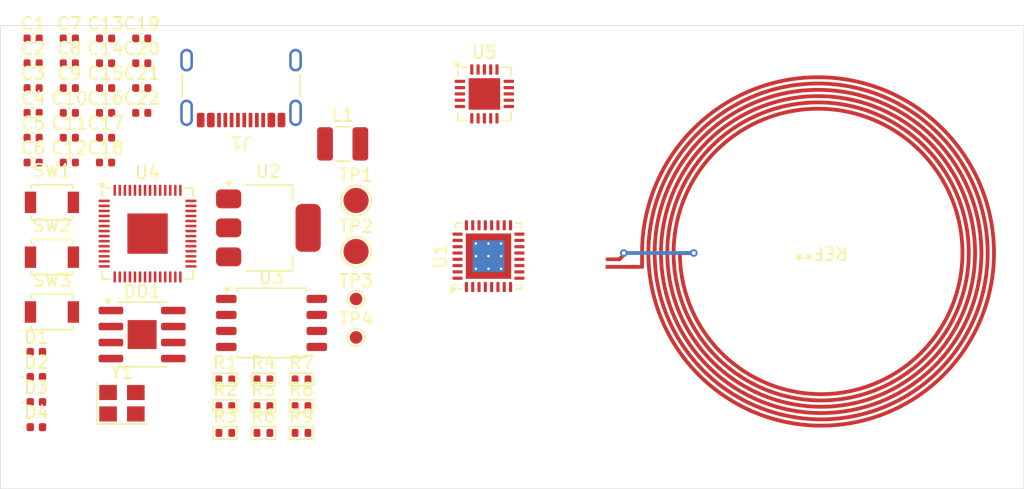
<source format=kicad_pcb>
(kicad_pcb (version 20241229) (generator "pcbnew") (generator_version "9.0")
  (layers (0 "F.Cu" signal) (2 "B.Cu" signal) (13 "F.Paste" user) (15 "B.Paste" user) (5 "F.SilkS" user "F.Silkscreen") (7 "B.SilkS" user "B.Silkscreen") (1 "F.Mask" user) (3 "B.Mask" user) (25 "Edge.Cuts" user))
  (net 0 "")
  (net 1 "Earth")
  (net 2 "+5V")
  (net 3 "+5V USB")
  (net 4 "+3.3V")
  (net 5 "Net-(DD1-BAT)")
  (net 6 "Net-(C14-Pad1)")
  (net 7 "Net-(U4-XIN)")
  (net 8 "Net-(U4-XOUT)")
  (net 9 "Net-(U4-VREG_VOUT)")
  (net 10 "Net-(D1-K)")
  (net 11 "Net-(D1-A)")
  (net 12 "Net-(D3-A)")
  (net 13 "Net-(DD1-SW)")
  (net 14 "Net-(DD1-KEY)")
  (net 16 "USB-")
  (net 18 "USB+")
  (net 19 "Net-(J1-CC1)")
  (net 20 "Net-(J1-CC2)")
  (net 21 "Net-(R3-Pad2)")
  (net 22 "Net-(U3-~{CS})")
  (net 23 "Net-(R5-Pad2)")
  (net 24 "Net-(U4-USB_DM)")
  (net 25 "Net-(U4-USB_DP)")
  (net 26 "Net-(U4-RUN)")
  (net 27 "Net-(U4-SWCLK)")
  (net 28 "Net-(U4-SWD)")
  (net 62 "Net-(U3-DI{slash}IO_{0})")
  (net 63 "Net-(U3-DO{slash}IO_{1})")
  (net 64 "Net-(U3-CLK)")
  (net 65 "Net-(U3-~{HOLD}{slash}~{RESET}{slash}IO_{3})")
  (net 66 "Net-(U3-~{WP}{slash}IO_{2})")
  (footprint "Package_SO:HSOP-8-1EP_3.9x4.9mm_P1.27mm_EP2.3x2.3mm" (layer "F.Cu") (at 88.1425 105.97)
    (property "Reference" "DD1" (at 0 -3.4 0) (layer "F.SilkS"))
    (property "Value" "IP5306")
    (pad "1" smd roundrect (at -2.475 -1.905) (size 1.95 0.6) (layers "F.Cu" "F.Mask" "F.Paste") (net 3 "+5V USB"))
    (pad "2" smd roundrect (at -2.475 -0.635) (size 1.95 0.6) (layers "F.Cu" "F.Mask" "F.Paste") (net 11 "Net-(D1-A)"))
    (pad "3" smd roundrect (at -2.475 0.635) (size 1.95 0.6) (layers "F.Cu" "F.Mask" "F.Paste") (net 12 "Net-(D3-A)"))
    (pad "4" smd roundrect (at -2.475 1.905) (size 1.95 0.6) (layers "F.Cu" "F.Mask" "F.Paste") (net 10 "Net-(D1-K)"))
    (pad "5" smd roundrect (at 2.475 1.905) (size 1.95 0.6) (layers "F.Cu" "F.Mask" "F.Paste") (net 14 "Net-(DD1-KEY)"))
    (pad "6" smd roundrect (at 2.475 0.635) (size 1.95 0.6) (layers "F.Cu" "F.Mask" "F.Paste") (net 5 "Net-(DD1-BAT)"))
    (pad "7" smd roundrect (at 2.475 -0.635) (size 1.95 0.6) (layers "F.Cu" "F.Mask" "F.Paste") (net 13 "Net-(DD1-SW)"))
    (pad "8" smd roundrect (at 2.475 -1.905) (size 1.95 0.6) (layers "F.Cu" "F.Mask" "F.Paste") (net 2 "+5V"))
    (pad "9" smd rect (at 0 0) (size 2.3 2.3) (property pad_prop_heatsink) (layers "F.Cu" "F.Mask") (net 1 "Earth"))
  )
  (footprint "Capacitor_SMD:C_0402_1005Metric" (layer "F.Cu") (at 79.5025 90.35)
    (property "Reference" "C5" (at 0 -1.16 0) (layer "F.SilkS"))
    (property "Value" "10uF")
    (pad "1" smd roundrect (at -0.48 0) (size 0.56 0.62) (layers "F.Cu" "F.Mask" "F.Paste") (net 4 "+3.3V"))
    (pad "2" smd roundrect (at 0.48 0) (size 0.56 0.62) (layers "F.Cu" "F.Mask" "F.Paste") (net 1 "Earth"))
  )
  (footprint "COIL_GENERATOR" (layer "F.Cu") (at 141.975 99.5 180)
    (property "Reference" "REF**" (at 0 0 180) (layer "F.SilkS"))
    (property "Value" "COIL_GENERATOR")
    (fp_line (start 14.2 0) (end 14.2 -1.1) (stroke (width 0.3)) (layer "F.Cu"))
    (fp_line (start 14.2 -1.1) (end 15 -1.1) (stroke (width 0.3)) (layer "F.Cu"))
    (fp_line (start 11.2 0) (end 10.1 0) (stroke (width 0.3)) (layer "F.Cu"))
    (fp_arc (start 14.2 0) (mid 0.25 13.95) (end -13.7 0) (stroke (width 0.3)) (layer "F.Cu"))
    (fp_arc (start 13.7 0) (mid 0.25 13.45) (end -13.2 0) (stroke (width 0.3)) (layer "F.Cu"))
    (fp_arc (start 13.2 0) (mid 0.25 12.95) (end -12.7 0) (stroke (width 0.3)) (layer "F.Cu"))
    (fp_arc (start 12.7 0) (mid 0.25 12.45) (end -12.2 0) (stroke (width 0.3)) (layer "F.Cu"))
    (fp_arc (start 12.2 0) (mid 0.25 11.95) (end -11.7 0) (stroke (width 0.3)) (layer "F.Cu"))
    (fp_arc (start 11.7 0) (mid 0.25 11.45) (end -11.2 0) (stroke (width 0.3)) (layer "F.Cu"))
    (fp_arc (start -11.2 0) (mid 0 -11.2) (end 11.2 0) (stroke (width 0.3)) (layer "F.Cu"))
    (fp_arc (start -11.7 0) (mid 0 -11.7) (end 11.7 0) (stroke (width 0.3)) (layer "F.Cu"))
    (fp_arc (start -12.2 0) (mid 0 -12.2) (end 12.2 0) (stroke (width 0.3)) (layer "F.Cu"))
    (fp_arc (start -12.7 0) (mid 0 -12.7) (end 12.7 0) (stroke (width 0.3)) (layer "F.Cu"))
    (fp_arc (start -13.2 0) (mid 0 -13.2) (end 13.2 0) (stroke (width 0.3)) (layer "F.Cu"))
    (fp_arc (start -13.7 0) (mid 0 -13.7) (end 13.7 0) (stroke (width 0.3)) (layer "F.Cu"))
    (pad "1" smd roundrect (at 15.9 -1.1 180) (size 2.4 0.3) (layers "F.Cu"))
    (pad "2" thru_hole circle (at 10.1 0 180) (size 0.6 0.6) (drill 0.3) (layers "*.Cu"))
  )
  (footprint "Button_Switch_SMD:SW_SPST_B3U-1000P" (layer "F.Cu") (at 80.9925 95.48)
    (property "Reference" "SW1" (at 0 -2.5 0) (layer "F.SilkS"))
    (property "Value" "B3U1000P")
    (pad "1" smd rect (at -1.7 0) (size 0.9 1.7) (layers "F.Cu" "F.Mask" "F.Paste") (net 21 "Net-(R3-Pad2)"))
    (pad "2" smd rect (at 1.7 0) (size 0.9 1.7) (layers "F.Cu" "F.Mask" "F.Paste") (net 1 "Earth"))
  )
  (footprint "Capacitor_SMD:C_0402_1005Metric" (layer "F.Cu") (at 88.1125 86.41)
    (property "Reference" "C21" (at 0 -1.16 0) (layer "F.SilkS"))
    (property "Value" "22uF")
    (pad "1" smd roundrect (at -0.48 0) (size 0.56 0.62) (layers "F.Cu" "F.Mask" "F.Paste") (net 4 "+3.3V"))
    (pad "2" smd roundrect (at 0.48 0) (size 0.56 0.62) (layers "F.Cu" "F.Mask" "F.Paste") (net 1 "Earth"))
  )
  (footprint "Capacitor_SMD:C_0402_1005Metric" (layer "F.Cu") (at 88.1125 84.44)
    (property "Reference" "C20" (at 0 -1.16 0) (layer "F.SilkS"))
    (property "Value" "22uF")
    (pad "1" smd roundrect (at -0.48 0) (size 0.56 0.62) (layers "F.Cu" "F.Mask" "F.Paste") (net 4 "+3.3V"))
    (pad "2" smd roundrect (at 0.48 0) (size 0.56 0.62) (layers "F.Cu" "F.Mask" "F.Paste") (net 1 "Earth"))
  )
  (footprint "Capacitor_SMD:C_0402_1005Metric" (layer "F.Cu") (at 85.2425 90.35)
    (property "Reference" "C17" (at 0 -1.16 0) (layer "F.SilkS"))
    (property "Value" "22uF")
    (pad "1" smd roundrect (at -0.48 0) (size 0.56 0.62) (layers "F.Cu" "F.Mask" "F.Paste") (net 1 "Earth"))
    (pad "2" smd roundrect (at 0.48 0) (size 0.56 0.62) (layers "F.Cu" "F.Mask" "F.Paste") (net 9 "Net-(U4-VREG_VOUT)"))
  )
  (footprint "PCM_Resistor_SMD_AKL:R_0402_1005Metric" (layer "F.Cu") (at 97.7575 111.655)
    (property "Reference" "R5" (at 0 -1.3335 0) (layer "F.SilkS"))
    (property "Value" "1K" (hide yes))
    (pad "1" smd roundrect (at -0.51 0) (size 0.54 0.64) (layers "F.Cu" "F.Mask" "F.Paste") (net 22 "Net-(U3-~{CS})"))
    (pad "2" smd roundrect (at 0.51 0) (size 0.54 0.64) (layers "F.Cu" "F.Mask" "F.Paste") (net 23 "Net-(R5-Pad2)"))
  )
  (footprint "PCM_Resistor_SMD_AKL:R_0402_1005Metric" (layer "F.Cu") (at 100.7775 111.655)
    (property "Reference" "R8" (at 0 -1.3335 0) (layer "F.SilkS"))
    (property "Value" "27R" (hide yes))
    (pad "1" smd roundrect (at -0.51 0) (size 0.54 0.64) (layers "F.Cu" "F.Mask" "F.Paste") (net 25 "Net-(U4-USB_DP)"))
    (pad "2" smd roundrect (at 0.51 0) (size 0.54 0.64) (layers "F.Cu" "F.Mask" "F.Paste") (net 18 "USB+"))
  )
  (footprint "PCM_Resistor_SMD_AKL:R_0402_1005Metric" (layer "F.Cu") (at 100.7775 109.535)
    (property "Reference" "R7" (at 0 -1.3335 0) (layer "F.SilkS"))
    (property "Value" "27R" (hide yes))
    (pad "1" smd roundrect (at -0.51 0) (size 0.54 0.64) (layers "F.Cu" "F.Mask" "F.Paste") (net 24 "Net-(U4-USB_DM)"))
    (pad "2" smd roundrect (at 0.51 0) (size 0.54 0.64) (layers "F.Cu" "F.Mask" "F.Paste") (net 16 "USB-"))
  )
  (footprint "Capacitor_SMD:C_0402_1005Metric" (layer "F.Cu") (at 82.3725 88.38)
    (property "Reference" "C10" (at 0 -1.16 0) (layer "F.SilkS"))
    (property "Value" "100nF")
    (pad "1" smd roundrect (at -0.48 0) (size 0.56 0.62) (layers "F.Cu" "F.Mask" "F.Paste") (net 4 "+3.3V"))
    (pad "2" smd roundrect (at 0.48 0) (size 0.56 0.62) (layers "F.Cu" "F.Mask" "F.Paste") (net 1 "Earth"))
  )
  (footprint "TestPoint:TestPoint_Pad_D2.0mm" (layer "F.Cu") (at 105.1025 99.38)
    (property "Reference" "TP2" (at 0 -1.998 0) (layer "F.SilkS"))
    (property "Value" "BAT-")
    (pad "1" smd circle (at 0 0) (size 2 2) (layers "F.Cu" "F.Mask") (net 1 "Earth"))
  )
  (footprint "Capacitor_SMD:C_0402_1005Metric" (layer "F.Cu") (at 82.3725 90.35)
    (property "Reference" "C11" (at 0 -1.16 0) (layer "F.SilkS"))
    (property "Value" "22uF")
    (pad "1" smd roundrect (at -0.48 0) (size 0.56 0.62) (layers "F.Cu" "F.Mask" "F.Paste") (net 5 "Net-(DD1-BAT)"))
    (pad "2" smd roundrect (at 0.48 0) (size 0.56 0.62) (layers "F.Cu" "F.Mask" "F.Paste") (net 1 "Earth"))
  )
  (footprint "LED_SMD:LED_0402_1005Metric" (layer "F.Cu") (at 79.7575 111.33)
    (property "Reference" "D3" (at 0 -1.17 0) (layer "F.SilkS"))
    (property "Value" "LED")
    (pad "1" smd roundrect (at -0.485 0) (size 0.59 0.64) (layers "F.Cu" "F.Mask" "F.Paste") (net 10 "Net-(D1-K)"))
    (pad "2" smd roundrect (at 0.485 0) (size 0.59 0.64) (layers "F.Cu" "F.Mask" "F.Paste") (net 12 "Net-(D3-A)"))
  )
  (footprint "PCM_Resistor_SMD_AKL:R_0402_1005Metric" (layer "F.Cu") (at 97.7575 109.535)
    (property "Reference" "R4" (at 0 -1.3335 0) (layer "F.SilkS"))
    (property "Value" "0.5R" (hide yes))
    (pad "1" smd roundrect (at -0.51 0) (size 0.54 0.64) (layers "F.Cu" "F.Mask" "F.Paste") (net 5 "Net-(DD1-BAT)"))
    (pad "2" smd roundrect (at 0.51 0) (size 0.54 0.64) (layers "F.Cu" "F.Mask" "F.Paste") (net 6 "Net-(C14-Pad1)"))
  )
  (footprint "Package_DFN_QFN:QFN-20-1EP_4x4mm_P0.5mm_EP2.5x2.5mm" (layer "F.Cu") (at 115.275 86.875)
    (property "Reference" "U5" (at 0 -3.3 0) (layer "F.SilkS"))
    (property "Value" "nRF24L01P")
    (pad "1" smd roundrect (at -1.9375 -1) (size 0.825 0.25) (layers "F.Cu" "F.Mask" "F.Paste"))
    (pad "2" smd roundrect (at -1.9375 -0.5) (size 0.825 0.25) (layers "F.Cu" "F.Mask" "F.Paste"))
    (pad "3" smd roundrect (at -1.9375 0) (size 0.825 0.25) (layers "F.Cu" "F.Mask" "F.Paste"))
    (pad "4" smd roundrect (at -1.9375 0.5) (size 0.825 0.25) (layers "F.Cu" "F.Mask" "F.Paste"))
    (pad "5" smd roundrect (at -1.9375 1) (size 0.825 0.25) (layers "F.Cu" "F.Mask" "F.Paste"))
    (pad "6" smd roundrect (at -1 1.9375) (size 0.25 0.825) (layers "F.Cu" "F.Mask" "F.Paste"))
    (pad "7" smd roundrect (at -0.5 1.9375) (size 0.25 0.825) (layers "F.Cu" "F.Mask" "F.Paste"))
    (pad "8" smd roundrect (at 0 1.9375) (size 0.25 0.825) (layers "F.Cu" "F.Mask" "F.Paste"))
    (pad "9" smd roundrect (at 0.5 1.9375) (size 0.25 0.825) (layers "F.Cu" "F.Mask" "F.Paste"))
    (pad "10" smd roundrect (at 1 1.9375) (size 0.25 0.825) (layers "F.Cu" "F.Mask" "F.Paste"))
    (pad "11" smd roundrect (at 1.9375 1) (size 0.825 0.25) (layers "F.Cu" "F.Mask" "F.Paste"))
    (pad "12" smd roundrect (at 1.9375 0.5) (size 0.825 0.25) (layers "F.Cu" "F.Mask" "F.Paste"))
    (pad "13" smd roundrect (at 1.9375 0) (size 0.825 0.25) (layers "F.Cu" "F.Mask" "F.Paste"))
    (pad "14" smd roundrect (at 1.9375 -0.5) (size 0.825 0.25) (layers "F.Cu" "F.Mask" "F.Paste"))
    (pad "15" smd roundrect (at 1.9375 -1) (size 0.825 0.25) (layers "F.Cu" "F.Mask" "F.Paste"))
    (pad "16" smd roundrect (at 1 -1.9375) (size 0.25 0.825) (layers "F.Cu" "F.Mask" "F.Paste"))
    (pad "17" smd roundrect (at 0.5 -1.9375) (size 0.25 0.825) (layers "F.Cu" "F.Mask" "F.Paste"))
    (pad "18" smd roundrect (at 0 -1.9375) (size 0.25 0.825) (layers "F.Cu" "F.Mask" "F.Paste"))
    (pad "19" smd roundrect (at -0.5 -1.9375) (size 0.25 0.825) (layers "F.Cu" "F.Mask" "F.Paste"))
    (pad "20" smd roundrect (at -1 -1.9375) (size 0.25 0.825) (layers "F.Cu" "F.Mask" "F.Paste"))
    (pad "21" smd rect (at 0 0) (size 2.5 2.5) (property pad_prop_heatsink) (layers "F.Cu" "F.Mask"))
  )
  (footprint "Package_DFN_QFN:QFN-56-1EP_7x7mm_P0.4mm_EP3.2x3.2mm" (layer "F.Cu") (at 88.5725 97.96)
    (property "Reference" "U4" (at 0 -4.83 0) (layer "F.SilkS"))
    (property "Value" "RP2040")
    (pad "1" smd roundrect (at -3.4375 -2.6) (size 0.875 0.2) (layers "F.Cu" "F.Mask" "F.Paste") (net 4 "+3.3V"))
    (pad "2" smd roundrect (at -3.4375 -2.2) (size 0.875 0.2) (layers "F.Cu" "F.Mask" "F.Paste"))
    (pad "3" smd roundrect (at -3.4375 -1.8) (size 0.875 0.2) (layers "F.Cu" "F.Mask" "F.Paste"))
    (pad "4" smd roundrect (at -3.4375 -1.4) (size 0.875 0.2) (layers "F.Cu" "F.Mask" "F.Paste"))
    (pad "5" smd roundrect (at -3.4375 -1) (size 0.875 0.2) (layers "F.Cu" "F.Mask" "F.Paste"))
    (pad "6" smd roundrect (at -3.4375 -0.6) (size 0.875 0.2) (layers "F.Cu" "F.Mask" "F.Paste"))
    (pad "7" smd roundrect (at -3.4375 -0.2) (size 0.875 0.2) (layers "F.Cu" "F.Mask" "F.Paste"))
    (pad "8" smd roundrect (at -3.4375 0.2) (size 0.875 0.2) (layers "F.Cu" "F.Mask" "F.Paste"))
    (pad "9" smd roundrect (at -3.4375 0.6) (size 0.875 0.2) (layers "F.Cu" "F.Mask" "F.Paste"))
    (pad "10" smd roundrect (at -3.4375 1) (size 0.875 0.2) (layers "F.Cu" "F.Mask" "F.Paste") (net 4 "+3.3V"))
    (pad "11" smd roundrect (at -3.4375 1.4) (size 0.875 0.2) (layers "F.Cu" "F.Mask" "F.Paste"))
    (pad "12" smd roundrect (at -3.4375 1.8) (size 0.875 0.2) (layers "F.Cu" "F.Mask" "F.Paste"))
    (pad "13" smd roundrect (at -3.4375 2.2) (size 0.875 0.2) (layers "F.Cu" "F.Mask" "F.Paste"))
    (pad "14" smd roundrect (at -3.4375 2.6) (size 0.875 0.2) (layers "F.Cu" "F.Mask" "F.Paste"))
    (pad "15" smd roundrect (at -2.6 3.4375) (size 0.2 0.875) (layers "F.Cu" "F.Mask" "F.Paste"))
    (pad "16" smd roundrect (at -2.2 3.4375) (size 0.2 0.875) (layers "F.Cu" "F.Mask" "F.Paste"))
    (pad "17" smd roundrect (at -1.8 3.4375) (size 0.2 0.875) (layers "F.Cu" "F.Mask" "F.Paste"))
    (pad "18" smd roundrect (at -1.4 3.4375) (size 0.2 0.875) (layers "F.Cu" "F.Mask" "F.Paste"))
    (pad "19" smd roundrect (at -1 3.4375) (size 0.2 0.875) (layers "F.Cu" "F.Mask" "F.Paste") (net 1 "Earth"))
    (pad "20" smd roundrect (at -0.6 3.4375) (size 0.2 0.875) (layers "F.Cu" "F.Mask" "F.Paste") (net 7 "Net-(U4-XIN)"))
    (pad "21" smd roundrect (at -0.2 3.4375) (size 0.2 0.875) (layers "F.Cu" "F.Mask" "F.Paste") (net 8 "Net-(U4-XOUT)"))
    (pad "22" smd roundrect (at 0.2 3.4375) (size 0.2 0.875) (layers "F.Cu" "F.Mask" "F.Paste") (net 4 "+3.3V"))
    (pad "23" smd roundrect (at 0.6 3.4375) (size 0.2 0.875) (layers "F.Cu" "F.Mask" "F.Paste") (net 9 "Net-(U4-VREG_VOUT)"))
    (pad "24" smd roundrect (at 1 3.4375) (size 0.2 0.875) (layers "F.Cu" "F.Mask" "F.Paste") (net 27 "Net-(U4-SWCLK)"))
    (pad "25" smd roundrect (at 1.4 3.4375) (size 0.2 0.875) (layers "F.Cu" "F.Mask" "F.Paste") (net 28 "Net-(U4-SWD)"))
    (pad "26" smd roundrect (at 1.8 3.4375) (size 0.2 0.875) (layers "F.Cu" "F.Mask" "F.Paste") (net 26 "Net-(U4-RUN)"))
    (pad "27" smd roundrect (at 2.2 3.4375) (size 0.2 0.875) (layers "F.Cu" "F.Mask" "F.Paste"))
    (pad "28" smd roundrect (at 2.6 3.4375) (size 0.2 0.875) (layers "F.Cu" "F.Mask" "F.Paste"))
    (pad "29" smd roundrect (at 3.4375 2.6) (size 0.875 0.2) (layers "F.Cu" "F.Mask" "F.Paste"))
    (pad "30" smd roundrect (at 3.4375 2.2) (size 0.875 0.2) (layers "F.Cu" "F.Mask" "F.Paste"))
    (pad "31" smd roundrect (at 3.4375 1.8) (size 0.875 0.2) (layers "F.Cu" "F.Mask" "F.Paste"))
    (pad "32" smd roundrect (at 3.4375 1.4) (size 0.875 0.2) (layers "F.Cu" "F.Mask" "F.Paste"))
    (pad "33" smd roundrect (at 3.4375 1) (size 0.875 0.2) (layers "F.Cu" "F.Mask" "F.Paste") (net 4 "+3.3V"))
    (pad "34" smd roundrect (at 3.4375 0.6) (size 0.875 0.2) (layers "F.Cu" "F.Mask" "F.Paste"))
    (pad "35" smd roundrect (at 3.4375 0.2) (size 0.875 0.2) (layers "F.Cu" "F.Mask" "F.Paste"))
    (pad "36" smd roundrect (at 3.4375 -0.2) (size 0.875 0.2) (layers "F.Cu" "F.Mask" "F.Paste"))
    (pad "37" smd roundrect (at 3.4375 -0.6) (size 0.875 0.2) (layers "F.Cu" "F.Mask" "F.Paste"))
    (pad "38" smd roundrect (at 3.4375 -1) (size 0.875 0.2) (layers "F.Cu" "F.Mask" "F.Paste"))
    (pad "39" smd roundrect (at 3.4375 -1.4) (size 0.875 0.2) (layers "F.Cu" "F.Mask" "F.Paste"))
    (pad "40" smd roundrect (at 3.4375 -1.8) (size 0.875 0.2) (layers "F.Cu" "F.Mask" "F.Paste"))
    (pad "41" smd roundrect (at 3.4375 -2.2) (size 0.875 0.2) (layers "F.Cu" "F.Mask" "F.Paste"))
    (pad "42" smd roundrect (at 3.4375 -2.6) (size 0.875 0.2) (layers "F.Cu" "F.Mask" "F.Paste") (net 4 "+3.3V"))
    (pad "43" smd roundrect (at 2.6 -3.4375) (size 0.2 0.875) (layers "F.Cu" "F.Mask" "F.Paste") (net 4 "+3.3V"))
    (pad "44" smd roundrect (at 2.2 -3.4375) (size 0.2 0.875) (layers "F.Cu" "F.Mask" "F.Paste") (net 4 "+3.3V"))
    (pad "45" smd roundrect (at 1.8 -3.4375) (size 0.2 0.875) (layers "F.Cu" "F.Mask" "F.Paste") (net 9 "Net-(U4-VREG_VOUT)"))
    (pad "46" smd roundrect (at 1.4 -3.4375) (size 0.2 0.875) (layers "F.Cu" "F.Mask" "F.Paste") (net 24 "Net-(U4-USB_DM)"))
    (pad "47" smd roundrect (at 1 -3.4375) (size 0.2 0.875) (layers "F.Cu" "F.Mask" "F.Paste") (net 25 "Net-(U4-USB_DP)"))
    (pad "48" smd roundrect (at 0.6 -3.4375) (size 0.2 0.875) (layers "F.Cu" "F.Mask" "F.Paste") (net 4 "+3.3V"))
    (pad "49" smd roundrect (at 0.2 -3.4375) (size 0.2 0.875) (layers "F.Cu" "F.Mask" "F.Paste") (net 4 "+3.3V"))
    (pad "50" smd roundrect (at -0.2 -3.4375) (size 0.2 0.875) (layers "F.Cu" "F.Mask" "F.Paste") (net 9 "Net-(U4-VREG_VOUT)"))
    (pad "51" smd roundrect (at -0.6 -3.4375) (size 0.2 0.875) (layers "F.Cu" "F.Mask" "F.Paste") (net 65 "Net-(U3-~{HOLD}{slash}~{RESET}{slash}IO_{3})"))
    (pad "52" smd roundrect (at -1 -3.4375) (size 0.2 0.875) (layers "F.Cu" "F.Mask" "F.Paste") (net 64 "Net-(U3-CLK)"))
    (pad "53" smd roundrect (at -1.4 -3.4375) (size 0.2 0.875) (layers "F.Cu" "F.Mask" "F.Paste") (net 62 "Net-(U3-DI{slash}IO_{0})"))
    (pad "54" smd roundrect (at -1.8 -3.4375) (size 0.2 0.875) (layers "F.Cu" "F.Mask" "F.Paste") (net 66 "Net-(U3-~{WP}{slash}IO_{2})"))
    (pad "55" smd roundrect (at -2.2 -3.4375) (size 0.2 0.875) (layers "F.Cu" "F.Mask" "F.Paste") (net 63 "Net-(U3-DO{slash}IO_{1})"))
    (pad "56" smd roundrect (at -2.6 -3.4375) (size 0.2 0.875) (layers "F.Cu" "F.Mask" "F.Paste") (net 22 "Net-(U3-~{CS})"))
    (pad "57" smd rect (at 0 0) (size 3.2 3.2) (property pad_prop_heatsink) (layers "F.Cu" "F.Mask") (net 1 "Earth"))
  )
  (footprint "TestPoint:TestPoint_Pad_D1.0mm" (layer "F.Cu") (at 105.1025 106.2)
    (property "Reference" "TP4" (at 0 -1.448 0) (layer "F.SilkS"))
    (property "Value" "SWD")
    (pad "1" smd circle (at 0 0) (size 1 1) (layers "F.Cu" "F.Mask") (net 28 "Net-(U4-SWD)"))
  )
  (footprint "LED_SMD:LED_0402_1005Metric" (layer "F.Cu") (at 79.7575 109.34)
    (property "Reference" "D2" (at 0 -1.17 0) (layer "F.SilkS"))
    (property "Value" "LED")
    (pad "1" smd roundrect (at -0.485 0) (size 0.59 0.64) (layers "F.Cu" "F.Mask" "F.Paste") (net 11 "Net-(D1-A)"))
    (pad "2" smd roundrect (at 0.485 0) (size 0.59 0.64) (layers "F.Cu" "F.Mask" "F.Paste") (net 10 "Net-(D1-K)"))
  )
  (footprint "Capacitor_SMD:C_0402_1005Metric" (layer "F.Cu") (at 79.5025 84.44)
    (property "Reference" "C2" (at 0 -1.16 0) (layer "F.SilkS"))
    (property "Value" "22uF")
    (pad "1" smd roundrect (at -0.48 0) (size 0.56 0.62) (layers "F.Cu" "F.Mask" "F.Paste") (net 3 "+5V USB"))
    (pad "2" smd roundrect (at 0.48 0) (size 0.56 0.62) (layers "F.Cu" "F.Mask" "F.Paste") (net 1 "Earth"))
  )
  (footprint "Capacitor_SMD:C_0402_1005Metric" (layer "F.Cu") (at 79.5025 92.32)
    (property "Reference" "C6" (at 0 -1.16 0) (layer "F.SilkS"))
    (property "Value" "100nF")
    (pad "1" smd roundrect (at -0.48 0) (size 0.56 0.62) (layers "F.Cu" "F.Mask" "F.Paste") (net 4 "+3.3V"))
    (pad "2" smd roundrect (at 0.48 0) (size 0.56 0.62) (layers "F.Cu" "F.Mask" "F.Paste") (net 1 "Earth"))
  )
  (footprint "Capacitor_SMD:C_0402_1005Metric" (layer "F.Cu") (at 79.5025 86.41)
    (property "Reference" "C3" (at 0 -1.16 0) (layer "F.SilkS"))
    (property "Value" "22uF")
    (pad "1" smd roundrect (at -0.48 0) (size 0.56 0.62) (layers "F.Cu" "F.Mask" "F.Paste") (net 3 "+5V USB"))
    (pad "2" smd roundrect (at 0.48 0) (size 0.56 0.62) (layers "F.Cu" "F.Mask" "F.Paste") (net 1 "Earth"))
  )
  (footprint "Capacitor_SMD:C_0402_1005Metric" (layer "F.Cu") (at 85.2425 86.41)
    (property "Reference" "C15" (at 0 -1.16 0) (layer "F.SilkS"))
    (property "Value" "15pF")
    (pad "1" smd roundrect (at -0.48 0) (size 0.56 0.62) (layers "F.Cu" "F.Mask" "F.Paste") (net 7 "Net-(U4-XIN)"))
    (pad "2" smd roundrect (at 0.48 0) (size 0.56 0.62) (layers "F.Cu" "F.Mask" "F.Paste") (net 1 "Earth"))
  )
  (footprint "Capacitor_SMD:C_0402_1005Metric" (layer "F.Cu") (at 79.5025 88.38)
    (property "Reference" "C4" (at 0 -1.16 0) (layer "F.SilkS"))
    (property "Value" "22uF")
    (pad "1" smd roundrect (at -0.48 0) (size 0.56 0.62) (layers "F.Cu" "F.Mask" "F.Paste") (net 4 "+3.3V"))
    (pad "2" smd roundrect (at 0.48 0) (size 0.56 0.62) (layers "F.Cu" "F.Mask" "F.Paste") (net 1 "Earth"))
  )
  (footprint "Capacitor_SMD:C_0402_1005Metric" (layer "F.Cu") (at 85.2425 88.38)
    (property "Reference" "C16" (at 0 -1.16 0) (layer "F.SilkS"))
    (property "Value" "15pF")
    (pad "1" smd roundrect (at -0.48 0) (size 0.56 0.62) (layers "F.Cu" "F.Mask" "F.Paste") (net 1 "Earth"))
    (pad "2" smd roundrect (at 0.48 0) (size 0.56 0.62) (layers "F.Cu" "F.Mask" "F.Paste") (net 8 "Net-(U4-XOUT)"))
  )
  (footprint "Capacitor_SMD:C_0402_1005Metric" (layer "F.Cu") (at 85.2425 82.47)
    (property "Reference" "C13" (at 0 -1.16 0) (layer "F.SilkS"))
    (property "Value" "22uF")
    (pad "1" smd roundrect (at -0.48 0) (size 0.56 0.62) (layers "F.Cu" "F.Mask" "F.Paste") (net 1 "Earth"))
    (pad "2" smd roundrect (at 0.48 0) (size 0.56 0.62) (layers "F.Cu" "F.Mask" "F.Paste") (net 2 "+5V"))
  )
  (footprint "PCM_Resistor_SMD_AKL:R_0402_1005Metric" (layer "F.Cu") (at 100.7775 113.775)
    (property "Reference" "R9" (at 0 -1.3335 0) (layer "F.SilkS"))
    (property "Value" "10K" (hide yes))
    (pad "1" smd roundrect (at -0.51 0) (size 0.54 0.64) (layers "F.Cu" "F.Mask" "F.Paste") (net 26 "Net-(U4-RUN)"))
    (pad "2" smd roundrect (at 0.51 0) (size 0.54 0.64) (layers "F.Cu" "F.Mask" "F.Paste") (net 4 "+3.3V"))
  )
  (footprint "Package_TO_SOT_SMD:SOT-223-3_TabPin2" (layer "F.Cu") (at 98.1525 97.505)
    (property "Reference" "U2" (at 0 -4.5 0) (layer "F.SilkS"))
    (property "Value" "AP1117-33")
    (pad "1" smd roundrect (at -3.15 -2.3) (size 2 1.5) (layers "F.Cu" "F.Mask" "F.Paste") (net 1 "Earth"))
    (pad "2" smd roundrect (at -3.15 0) (size 2 1.5) (layers "F.Cu" "F.Mask" "F.Paste") (net 4 "+3.3V"))
    (pad "2" smd roundrect (at 3.15 0) (size 2 3.8) (layers "F.Cu" "F.Mask" "F.Paste") (net 4 "+3.3V"))
    (pad "3" smd roundrect (at -3.15 2.3) (size 2 1.5) (layers "F.Cu" "F.Mask" "F.Paste") (net 2 "+5V"))
  )
  (footprint "Capacitor_SMD:C_0402_1005Metric" (layer "F.Cu") (at 82.3725 86.41)
    (property "Reference" "C9" (at 0 -1.16 0) (layer "F.SilkS"))
    (property "Value" "22uF")
    (pad "1" smd roundrect (at -0.48 0) (size 0.56 0.62) (layers "F.Cu" "F.Mask" "F.Paste") (net 1 "Earth"))
    (pad "2" smd roundrect (at 0.48 0) (size 0.56 0.62) (layers "F.Cu" "F.Mask" "F.Paste") (net 2 "+5V"))
  )
  (footprint "TestPoint:TestPoint_Pad_D2.0mm" (layer "F.Cu") (at 105.1025 95.33)
    (property "Reference" "TP1" (at 0 -1.998 0) (layer "F.SilkS"))
    (property "Value" "BAT+")
    (pad "1" smd circle (at 0 0) (size 2 2) (layers "F.Cu" "F.Mask") (net 6 "Net-(C14-Pad1)"))
  )
  (footprint "Package_SO:SOIC-8_5.3x5.3mm_P1.27mm" (layer "F.Cu") (at 98.4025 105.05)
    (property "Reference" "U3" (at 0 -3.6 0) (layer "F.SilkS"))
    (property "Value" "W25Q128JVS")
    (pad "1" smd roundrect (at -3.5875 -1.905) (size 1.625 0.65) (layers "F.Cu" "F.Mask" "F.Paste") (net 22 "Net-(U3-~{CS})"))
    (pad "2" smd roundrect (at -3.5875 -0.635) (size 1.625 0.65) (layers "F.Cu" "F.Mask" "F.Paste") (net 63 "Net-(U3-DO{slash}IO_{1})"))
    (pad "3" smd roundrect (at -3.5875 0.635) (size 1.625 0.65) (layers "F.Cu" "F.Mask" "F.Paste") (net 66 "Net-(U3-~{WP}{slash}IO_{2})"))
    (pad "4" smd roundrect (at -3.5875 1.905) (size 1.625 0.65) (layers "F.Cu" "F.Mask" "F.Paste") (net 1 "Earth"))
    (pad "5" smd roundrect (at 3.5875 1.905) (size 1.625 0.65) (layers "F.Cu" "F.Mask" "F.Paste") (net 62 "Net-(U3-DI{slash}IO_{0})"))
    (pad "6" smd roundrect (at 3.5875 0.635) (size 1.625 0.65) (layers "F.Cu" "F.Mask" "F.Paste") (net 64 "Net-(U3-CLK)"))
    (pad "7" smd roundrect (at 3.5875 -0.635) (size 1.625 0.65) (layers "F.Cu" "F.Mask" "F.Paste") (net 65 "Net-(U3-~{HOLD}{slash}~{RESET}{slash}IO_{3})"))
    (pad "8" smd roundrect (at 3.5875 -1.905) (size 1.625 0.65) (layers "F.Cu" "F.Mask" "F.Paste") (net 4 "+3.3V"))
  )
  (footprint "Crystal:Crystal_SMD_Abracon_ABM8G-4Pin_3.2x2.5mm" (layer "F.Cu") (at 86.5425 111.42)
    (property "Reference" "Y1" (at 0 -2.45 0) (layer "F.SilkS"))
    (property "Value" "Crystal_GND24")
    (pad "1" smd rect (at -1.1 0.85) (size 1.4 1.2) (layers "F.Cu" "F.Mask" "F.Paste") (net 8 "Net-(U4-XOUT)"))
    (pad "2" smd rect (at 1.1 0.85) (size 1.4 1.2) (layers "F.Cu" "F.Mask" "F.Paste") (net 1 "Earth"))
    (pad "3" smd rect (at 1.1 -0.85) (size 1.4 1.2) (layers "F.Cu" "F.Mask" "F.Paste") (net 7 "Net-(U4-XIN)"))
    (pad "4" smd rect (at -1.1 -0.85) (size 1.4 1.2) (layers "F.Cu" "F.Mask" "F.Paste") (net 1 "Earth"))
  )
  (footprint "Capacitor_SMD:C_0402_1005Metric" (layer "F.Cu") (at 88.1125 82.47)
    (property "Reference" "C19" (at 0 -1.16 0) (layer "F.SilkS"))
    (property "Value" "22uF")
    (pad "1" smd roundrect (at -0.48 0) (size 0.56 0.62) (layers "F.Cu" "F.Mask" "F.Paste") (net 4 "+3.3V"))
    (pad "2" smd roundrect (at 0.48 0) (size 0.56 0.62) (layers "F.Cu" "F.Mask" "F.Paste") (net 1 "Earth"))
  )
  (footprint "Capacitor_SMD:C_0402_1005Metric" (layer "F.Cu") (at 85.2425 84.44)
    (property "Reference" "C14" (at 0 -1.16 0) (layer "F.SilkS"))
    (property "Value" "22uF")
    (pad "1" smd roundrect (at -0.48 0) (size 0.56 0.62) (layers "F.Cu" "F.Mask" "F.Paste") (net 6 "Net-(C14-Pad1)"))
    (pad "2" smd roundrect (at 0.48 0) (size 0.56 0.62) (layers "F.Cu" "F.Mask" "F.Paste") (net 1 "Earth"))
  )
  (footprint "PCM_Resistor_SMD_AKL:R_0402_1005Metric" (layer "F.Cu") (at 94.7375 111.655)
    (property "Reference" "R2" (at 0 -1.3335 0) (layer "F.SilkS"))
    (property "Value" "5.1K" (hide yes))
    (pad "1" smd roundrect (at -0.51 0) (size 0.54 0.64) (layers "F.Cu" "F.Mask" "F.Paste") (net 20 "Net-(J1-CC2)"))
    (pad "2" smd roundrect (at 0.51 0) (size 0.54 0.64) (layers "F.Cu" "F.Mask" "F.Paste") (net 1 "Earth"))
  )
  (footprint "Capacitor_SMD:C_0402_1005Metric" (layer "F.Cu") (at 82.3725 92.32)
    (property "Reference" "C12" (at 0 -1.16 0) (layer "F.SilkS"))
    (property "Value" "22uF")
    (pad "1" smd roundrect (at -0.48 0) (size 0.56 0.62) (layers "F.Cu" "F.Mask" "F.Paste") (net 1 "Earth"))
    (pad "2" smd roundrect (at 0.48 0) (size 0.56 0.62) (layers "F.Cu" "F.Mask" "F.Paste") (net 2 "+5V"))
  )
  (footprint "PCM_Resistor_SMD_AKL:R_0402_1005Metric" (layer "F.Cu") (at 94.7375 113.775)
    (property "Reference" "R3" (at 0 -1.3335 0) (layer "F.SilkS"))
    (property "Value" "10K" (hide yes))
    (pad "1" smd roundrect (at -0.51 0) (size 0.54 0.64) (layers "F.Cu" "F.Mask" "F.Paste") (net 14 "Net-(DD1-KEY)"))
    (pad "2" smd roundrect (at 0.51 0) (size 0.54 0.64) (layers "F.Cu" "F.Mask" "F.Paste") (net 21 "Net-(R3-Pad2)"))
  )
  (footprint "Capacitor_SMD:C_0402_1005Metric" (layer "F.Cu") (at 82.3725 82.47)
    (property "Reference" "C7" (at 0 -1.16 0) (layer "F.SilkS"))
    (property "Value" "22uF")
    (pad "1" smd roundrect (at -0.48 0) (size 0.56 0.62) (layers "F.Cu" "F.Mask" "F.Paste") (net 3 "+5V USB"))
    (pad "2" smd roundrect (at 0.48 0) (size 0.56 0.62) (layers "F.Cu" "F.Mask" "F.Paste") (net 1 "Earth"))
  )
  (footprint "Package_DFN_QFN:QFN-32-1EP_5x5mm_P0.5mm_EP3.6x3.6mm_ThermalVias" (layer "F.Cu") (at 115.6 99.75 90)
    (property "Reference" "U1" (at 0 -3.8 90) (layer "F.SilkS"))
    (property "Value" "ST25R3911B-AQF")
    (pad "1" smd roundrect (at -2.45 -1.75 90) (size 0.8 0.25) (layers "F.Cu" "F.Mask" "F.Paste"))
    (pad "2" smd roundrect (at -2.45 -1.25 90) (size 0.8 0.25) (layers "F.Cu" "F.Mask" "F.Paste"))
    (pad "3" smd roundrect (at -2.45 -0.75 90) (size 0.8 0.25) (layers "F.Cu" "F.Mask" "F.Paste"))
    (pad "4" smd roundrect (at -2.45 -0.25 90) (size 0.8 0.25) (layers "F.Cu" "F.Mask" "F.Paste"))
    (pad "5" smd roundrect (at -2.45 0.25 90) (size 0.8 0.25) (layers "F.Cu" "F.Mask" "F.Paste"))
    (pad "6" smd roundrect (at -2.45 0.75 90) (size 0.8 0.25) (layers "F.Cu" "F.Mask" "F.Paste"))
    (pad "7" smd roundrect (at -2.45 1.25 90) (size 0.8 0.25) (layers "F.Cu" "F.Mask" "F.Paste"))
    (pad "8" smd roundrect (at -2.45 1.75 90) (size 0.8 0.25) (layers "F.Cu" "F.Mask" "F.Paste"))
    (pad "9" smd roundrect (at -1.75 2.45 90) (size 0.25 0.8) (layers "F.Cu" "F.Mask" "F.Paste"))
    (pad "10" smd roundrect (at -1.25 2.45 90) (size 0.25 0.8) (layers "F.Cu" "F.Mask" "F.Paste"))
    (pad "11" smd roundrect (at -0.75 2.45 90) (size 0.25 0.8) (layers "F.Cu" "F.Mask" "F.Paste"))
    (pad "12" smd roundrect (at -0.25 2.45 90) (size 0.25 0.8) (layers "F.Cu" "F.Mask" "F.Paste"))
    (pad "13" smd roundrect (at 0.25 2.45 90) (size 0.25 0.8) (layers "F.Cu" "F.Mask" "F.Paste"))
    (pad "14" smd roundrect (at 0.75 2.45 90) (size 0.25 0.8) (layers "F.Cu" "F.Mask" "F.Paste"))
    (pad "15" smd roundrect (at 1.25 2.45 90) (size 0.25 0.8) (layers "F.Cu" "F.Mask" "F.Paste"))
    (pad "16" smd roundrect (at 1.75 2.45 90) (size 0.25 0.8) (layers "F.Cu" "F.Mask" "F.Paste"))
    (pad "17" smd roundrect (at 2.45 1.75 90) (size 0.8 0.25) (layers "F.Cu" "F.Mask" "F.Paste"))
    (pad "18" smd roundrect (at 2.45 1.25 90) (size 0.8 0.25) (layers "F.Cu" "F.Mask" "F.Paste"))
    (pad "19" smd roundrect (at 2.45 0.75 90) (size 0.8 0.25) (layers "F.Cu" "F.Mask" "F.Paste"))
    (pad "20" smd roundrect (at 2.45 0.25 90) (size 0.8 0.25) (layers "F.Cu" "F.Mask" "F.Paste"))
    (pad "21" smd roundrect (at 2.45 -0.25 90) (size 0.8 0.25) (layers "F.Cu" "F.Mask" "F.Paste"))
    (pad "22" smd roundrect (at 2.45 -0.75 90) (size 0.8 0.25) (layers "F.Cu" "F.Mask" "F.Paste"))
    (pad "23" smd roundrect (at 2.45 -1.25 90) (size 0.8 0.25) (layers "F.Cu" "F.Mask" "F.Paste"))
    (pad "24" smd roundrect (at 2.45 -1.75 90) (size 0.8 0.25) (layers "F.Cu" "F.Mask" "F.Paste"))
    (pad "25" smd roundrect (at 1.75 -2.45 90) (size 0.25 0.8) (layers "F.Cu" "F.Mask" "F.Paste"))
    (pad "26" smd roundrect (at 1.25 -2.45 90) (size 0.25 0.8) (layers "F.Cu" "F.Mask" "F.Paste"))
    (pad "27" smd roundrect (at 0.75 -2.45 90) (size 0.25 0.8) (layers "F.Cu" "F.Mask" "F.Paste"))
    (pad "28" smd roundrect (at 0.25 -2.45 90) (size 0.25 0.8) (layers "F.Cu" "F.Mask" "F.Paste"))
    (pad "29" smd roundrect (at -0.25 -2.45 90) (size 0.25 0.8) (layers "F.Cu" "F.Mask" "F.Paste"))
    (pad "30" smd roundrect (at -0.75 -2.45 90) (size 0.25 0.8) (layers "F.Cu" "F.Mask" "F.Paste"))
    (pad "31" smd roundrect (at -1.25 -2.45 90) (size 0.25 0.8) (layers "F.Cu" "F.Mask" "F.Paste"))
    (pad "32" smd roundrect (at -1.75 -2.45 90) (size 0.25 0.8) (layers "F.Cu" "F.Mask" "F.Paste"))
    (pad "33" thru_hole circle (at -1 -1 90) (size 0.5 0.5) (drill 0.2) (property pad_prop_heatsink) (layers "*.Cu"))
    (pad "33" thru_hole circle (at -1 0 90) (size 0.5 0.5) (drill 0.2) (property pad_prop_heatsink) (layers "*.Cu"))
    (pad "33" thru_hole circle (at -1 1 90) (size 0.5 0.5) (drill 0.2) (property pad_prop_heatsink) (layers "*.Cu"))
    (pad "33" thru_hole circle (at 0 -1 90) (size 0.5 0.5) (drill 0.2) (property pad_prop_heatsink) (layers "*.Cu"))
    (pad "33" thru_hole circle (at 0 0 90) (size 0.5 0.5) (drill 0.2) (property pad_prop_heatsink) (layers "*.Cu"))
    (pad "33" smd rect (at 0 0 90) (size 2.5 2.5) (property pad_prop_heatsink) (layers "B.Cu"))
    (pad "33" smd rect (at 0 0 90) (size 3.6 3.6) (property pad_prop_heatsink) (layers "F.Cu" "F.Mask"))
    (pad "33" thru_hole circle (at 0 1 90) (size 0.5 0.5) (drill 0.2) (property pad_prop_heatsink) (layers "*.Cu"))
    (pad "33" thru_hole circle (at 1 -1 90) (size 0.5 0.5) (drill 0.2) (property pad_prop_heatsink) (layers "*.Cu"))
    (pad "33" thru_hole circle (at 1 0 90) (size 0.5 0.5) (drill 0.2) (property pad_prop_heatsink) (layers "*.Cu"))
    (pad "33" thru_hole circle (at 1 1 90) (size 0.5 0.5) (drill 0.2) (property pad_prop_heatsink) (layers "*.Cu"))
  )
  (footprint "Connector_USB:USB_C_Receptacle_GCT_USB4105-xx-A_16P_TopMnt_Horizontal" (layer "F.Cu") (at 95.9875 85.27 180)
    (property "Reference" "J1" (at 0 -5.5 180) (layer "F.SilkS"))
    (property "Value" "USB_C_Receptacle_USB2.0_16P")
    (pad "" np_thru_hole circle (at -2.89 -2.605 180) (size 0.65 0.65) (drill 0.65) (layers "*.Cu" "*.Mask"))
    (pad "" np_thru_hole circle (at 2.89 -2.605 180) (size 0.65 0.65) (drill 0.65) (layers "*.Cu" "*.Mask"))
    (pad "A1" smd roundrect (at -3.2 -3.68 180) (size 0.6 1.15) (layers "F.Cu" "F.Mask" "F.Paste") (net 1 "Earth"))
    (pad "A4" smd roundrect (at -2.4 -3.68 180) (size 0.6 1.15) (layers "F.Cu" "F.Mask" "F.Paste") (net 3 "+5V USB"))
    (pad "A5" smd roundrect (at -1.25 -3.68 180) (size 0.3 1.15) (layers "F.Cu" "F.Mask" "F.Paste") (net 19 "Net-(J1-CC1)"))
    (pad "A6" smd roundrect (at -0.25 -3.68 180) (size 0.3 1.15) (layers "F.Cu" "F.Mask" "F.Paste") (net 18 "USB+"))
    (pad "A7" smd roundrect (at 0.25 -3.68 180) (size 0.3 1.15) (layers "F.Cu" "F.Mask" "F.Paste") (net 16 "USB-"))
    (pad "A8" smd roundrect (at 1.25 -3.68 180) (size 0.3 1.15) (layers "F.Cu" "F.Mask" "F.Paste"))
    (pad "A9" smd roundrect (at 2.4 -3.68 180) (size 0.6 1.15) (layers "F.Cu" "F.Mask" "F.Paste") (net 3 "+5V USB"))
    (pad "A12" smd roundrect (at 3.2 -3.68 180) (size 0.6 1.15) (layers "F.Cu" "F.Mask" "F.Paste") (net 1 "Earth"))
    (pad "B1" smd roundrect (at 3.2 -3.68 180) (size 0.6 1.15) (layers "F.Cu" "F.Mask" "F.Paste") (net 1 "Earth"))
    (pad "B4" smd roundrect (at 2.4 -3.68 180) (size 0.6 1.15) (layers "F.Cu" "F.Mask" "F.Paste") (net 3 "+5V USB"))
    (pad "B5" smd roundrect (at 1.75 -3.68 180) (size 0.3 1.15) (layers "F.Cu" "F.Mask" "F.Paste") (net 20 "Net-(J1-CC2)"))
    (pad "B6" smd roundrect (at 0.75 -3.68 180) (size 0.3 1.15) (layers "F.Cu" "F.Mask" "F.Paste") (net 18 "USB+"))
    (pad "B7" smd roundrect (at -0.75 -3.68 180) (size 0.3 1.15) (layers "F.Cu" "F.Mask" "F.Paste") (net 16 "USB-"))
    (pad "B8" smd roundrect (at -1.75 -3.68 180) (size 0.3 1.15) (layers "F.Cu" "F.Mask" "F.Paste"))
    (pad "B9" smd roundrect (at -2.4 -3.68 180) (size 0.6 1.15) (layers "F.Cu" "F.Mask" "F.Paste") (net 3 "+5V USB"))
    (pad "B12" smd roundrect (at -3.2 -3.68 180) (size 0.6 1.15) (layers "F.Cu" "F.Mask" "F.Paste") (net 1 "Earth"))
    (pad "S1" thru_hole oval (at -4.32 -3.105 180) (size 1 2.1) (drill oval 0.6 1.7) (property pad_prop_heatsink) (layers "*.Cu" "*.Mask" "F.Paste") (net 1 "Earth"))
    (pad "S1" thru_hole oval (at -4.32 1.075 180) (size 1 1.8) (drill oval 0.6 1.4) (property pad_prop_heatsink) (layers "*.Cu" "*.Mask" "F.Paste") (net 1 "Earth"))
    (pad "S1" thru_hole oval (at 4.32 -3.105 180) (size 1 2.1) (drill oval 0.6 1.7) (property pad_prop_heatsink) (layers "*.Cu" "*.Mask" "F.Paste") (net 1 "Earth"))
    (pad "S1" thru_hole oval (at 4.32 1.075 180) (size 1 1.8) (drill oval 0.6 1.4) (property pad_prop_heatsink) (layers "*.Cu" "*.Mask" "F.Paste") (net 1 "Earth"))
  )
  (footprint "LED_SMD:LED_0402_1005Metric" (layer "F.Cu") (at 79.7575 107.35)
    (property "Reference" "D1" (at 0 -1.17 0) (layer "F.SilkS"))
    (property "Value" "LED")
    (pad "1" smd roundrect (at -0.485 0) (size 0.59 0.64) (layers "F.Cu" "F.Mask" "F.Paste") (net 10 "Net-(D1-K)"))
    (pad "2" smd roundrect (at 0.485 0) (size 0.59 0.64) (layers "F.Cu" "F.Mask" "F.Paste") (net 11 "Net-(D1-A)"))
  )
  (footprint "TestPoint:TestPoint_Pad_D1.0mm" (layer "F.Cu") (at 105.1025 103.15)
    (property "Reference" "TP3" (at 0 -1.448 0) (layer "F.SilkS"))
    (property "Value" "SWCLK")
    (pad "1" smd circle (at 0 0) (size 1 1) (layers "F.Cu" "F.Mask") (net 27 "Net-(U4-SWCLK)"))
  )
  (footprint "Capacitor_SMD:C_0402_1005Metric" (layer "F.Cu") (at 79.5025 82.47)
    (property "Reference" "C1" (at 0 -1.16 0) (layer "F.SilkS"))
    (property "Value" "22uF")
    (pad "1" smd roundrect (at -0.48 0) (size 0.56 0.62) (layers "F.Cu" "F.Mask" "F.Paste") (net 2 "+5V"))
    (pad "2" smd roundrect (at 0.48 0) (size 0.56 0.62) (layers "F.Cu" "F.Mask" "F.Paste") (net 1 "Earth"))
  )
  (footprint "PCM_Resistor_SMD_AKL:R_0402_1005Metric" (layer "F.Cu") (at 97.7575 113.775)
    (property "Reference" "R6" (at 0 -1.3335 0) (layer "F.SilkS"))
    (property "Value" "10K" (hide yes))
    (pad "1" smd roundrect (at -0.51 0) (size 0.54 0.64) (layers "F.Cu" "F.Mask" "F.Paste") (net 22 "Net-(U3-~{CS})"))
    (pad "2" smd roundrect (at 0.51 0) (size 0.54 0.64) (layers "F.Cu" "F.Mask" "F.Paste") (net 4 "+3.3V"))
  )
  (footprint "LED_SMD:LED_0402_1005Metric" (layer "F.Cu") (at 79.7575 113.32)
    (property "Reference" "D4" (at 0 -1.17 0) (layer "F.SilkS"))
    (property "Value" "LED")
    (pad "1" smd roundrect (at -0.485 0) (size 0.59 0.64) (layers "F.Cu" "F.Mask" "F.Paste") (net 12 "Net-(D3-A)"))
    (pad "2" smd roundrect (at 0.485 0) (size 0.59 0.64) (layers "F.Cu" "F.Mask" "F.Paste") (net 10 "Net-(D1-K)"))
  )
  (footprint "Capacitor_SMD:C_0402_1005Metric" (layer "F.Cu") (at 82.3725 84.44)
    (property "Reference" "C8" (at 0 -1.16 0) (layer "F.SilkS"))
    (property "Value" "22uF")
    (pad "1" smd roundrect (at -0.48 0) (size 0.56 0.62) (layers "F.Cu" "F.Mask" "F.Paste") (net 1 "Earth"))
    (pad "2" smd roundrect (at 0.48 0) (size 0.56 0.62) (layers "F.Cu" "F.Mask" "F.Paste") (net 2 "+5V"))
  )
  (footprint "Capacitor_SMD:C_0402_1005Metric" (layer "F.Cu") (at 85.2425 92.32)
    (property "Reference" "C18" (at 0 -1.16 0) (layer "F.SilkS"))
    (property "Value" "22uF")
    (pad "1" smd roundrect (at -0.48 0) (size 0.56 0.62) (layers "F.Cu" "F.Mask" "F.Paste") (net 1 "Earth"))
    (pad "2" smd roundrect (at 0.48 0) (size 0.56 0.62) (layers "F.Cu" "F.Mask" "F.Paste") (net 9 "Net-(U4-VREG_VOUT)"))
  )
  (footprint "Inductor_SMD:L_1210_3225Metric" (layer "F.Cu") (at 104.0425 90.84)
    (property "Reference" "L1" (at 0 -2.28 0) (layer "F.SilkS"))
    (property "Value" "LQH32CN1R0M33L")
    (pad "1" smd roundrect (at -1.4 0) (size 1.25 2.65) (layers "F.Cu" "F.Mask" "F.Paste") (roundrect_rratio 0.2) (net 13 "Net-(DD1-SW)"))
    (pad "2" smd roundrect (at 1.4 0) (size 1.25 2.65) (layers "F.Cu" "F.Mask" "F.Paste") (roundrect_rratio 0.2) (net 6 "Net-(C14-Pad1)"))
  )
  (footprint "Capacitor_SMD:C_0402_1005Metric" (layer "F.Cu") (at 88.1125 88.38)
    (property "Reference" "C22" (at 0 -1.16 0) (layer "F.SilkS"))
    (property "Value" "22uF")
    (pad "1" smd roundrect (at -0.48 0) (size 0.56 0.62) (layers "F.Cu" "F.Mask" "F.Paste") (net 4 "+3.3V"))
    (pad "2" smd roundrect (at 0.48 0) (size 0.56 0.62) (layers "F.Cu" "F.Mask" "F.Paste") (net 1 "Earth"))
  )
  (footprint "Button_Switch_SMD:SW_SPST_B3U-1000P" (layer "F.Cu") (at 80.9925 104.18)
    (property "Reference" "SW3" (at 0 -2.5 0) (layer "F.SilkS"))
    (property "Value" "SW_Push")
    (pad "1" smd rect (at -1.7 0) (size 0.9 1.7) (layers "F.Cu" "F.Mask" "F.Paste") (net 1 "Earth"))
    (pad "2" smd rect (at 1.7 0) (size 0.9 1.7) (layers "F.Cu" "F.Mask" "F.Paste") (net 26 "Net-(U4-RUN)"))
  )
  (footprint "PCM_Resistor_SMD_AKL:R_0402_1005Metric" (layer "F.Cu") (at 94.7375 109.535)
    (property "Reference" "R1" (at 0 -1.3335 0) (layer "F.SilkS"))
    (property "Value" "5.1K" (hide yes))
    (pad "1" smd roundrect (at -0.51 0) (size 0.54 0.64) (layers "F.Cu" "F.Mask" "F.Paste") (net 19 "Net-(J1-CC1)"))
    (pad "2" smd roundrect (at 0.51 0) (size 0.54 0.64) (layers "F.Cu" "F.Mask" "F.Paste") (net 1 "Earth"))
  )
  (footprint "Button_Switch_SMD:SW_SPST_B3U-1000P" (layer "F.Cu") (at 80.9925 99.83)
    (property "Reference" "SW2" (at 0 -2.5 0) (layer "F.SilkS"))
    (property "Value" "SW_Push")
    (pad "1" smd rect (at -1.7 0) (size 0.9 1.7) (layers "F.Cu" "F.Mask" "F.Paste") (net 1 "Earth"))
    (pad "2" smd rect (at 1.7 0) (size 0.9 1.7) (layers "F.Cu" "F.Mask" "F.Paste") (net 23 "Net-(R5-Pad2)"))
  )
  (gr_rect (start 76.9 81.45) (end 158.05 118.2) (stroke (width 0.05)) (fill no) (layer "Edge.Cuts"))
  (segment (start 126.325 99.5) (end 126.325 99.65) (width 0.3) (layer "F.Cu") (net 0))
  (segment (start 125.975 100) (end 125.025 100) (width 0.3) (layer "F.Cu") (net 0))
  (segment (start 126.325 99.65) (end 125.975 100) (width 0.3) (layer "F.Cu") (net 0))
  (via (at 126.325 99.5) (size 0.6) (drill 0.3) (layers "F.Cu" "B.Cu") (net 0))
  (segment (start 131.875 99.5) (end 126.325 99.5) (width 0.3) (layer "B.Cu") (net 0))
)
</source>
